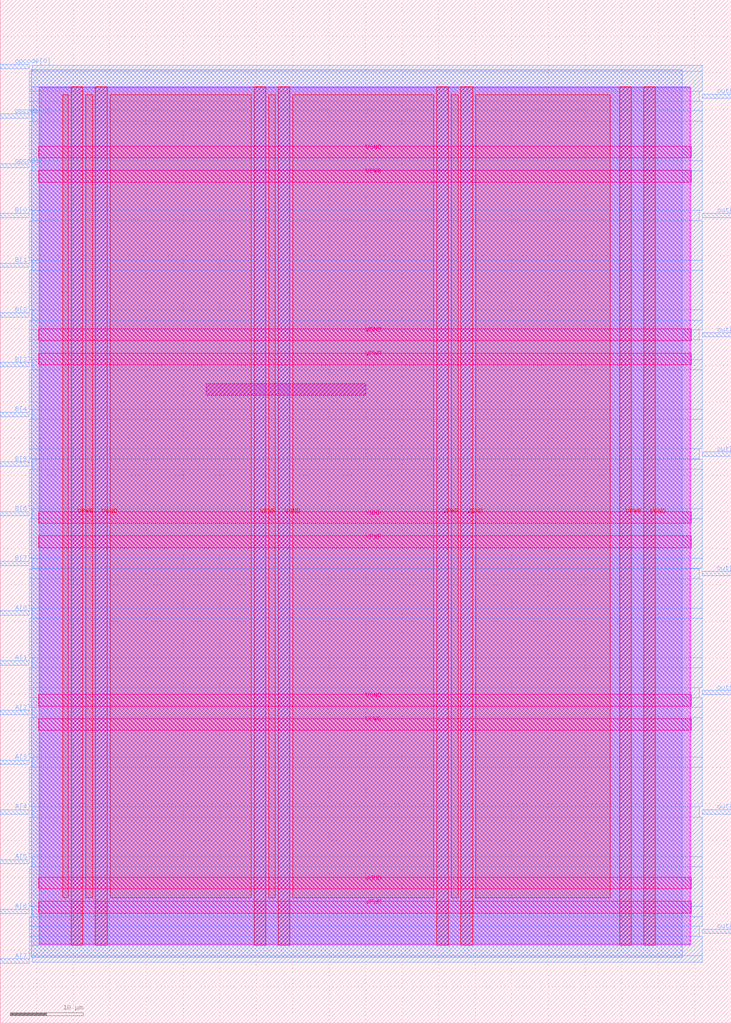
<source format=lef>
VERSION 5.7 ;
  NOWIREEXTENSIONATPIN ON ;
  DIVIDERCHAR "/" ;
  BUSBITCHARS "[]" ;
MACRO alu
  CLASS BLOCK ;
  FOREIGN alu ;
  ORIGIN 0.000 0.000 ;
  SIZE 100.000 BY 140.000 ;
  PIN A[0]
    DIRECTION INPUT ;
    USE SIGNAL ;
    ANTENNAGATEAREA 0.196500 ;
    PORT
      LAYER met3 ;
        RECT 0.000 55.800 4.000 56.400 ;
    END
  END A[0]
  PIN A[1]
    DIRECTION INPUT ;
    USE SIGNAL ;
    ANTENNAGATEAREA 0.159000 ;
    PORT
      LAYER met3 ;
        RECT 0.000 49.000 4.000 49.600 ;
    END
  END A[1]
  PIN A[2]
    DIRECTION INPUT ;
    USE SIGNAL ;
    ANTENNAGATEAREA 0.213000 ;
    PORT
      LAYER met3 ;
        RECT 0.000 42.200 4.000 42.800 ;
    END
  END A[2]
  PIN A[3]
    DIRECTION INPUT ;
    USE SIGNAL ;
    ANTENNAGATEAREA 0.213000 ;
    PORT
      LAYER met3 ;
        RECT 0.000 35.400 4.000 36.000 ;
    END
  END A[3]
  PIN A[4]
    DIRECTION INPUT ;
    USE SIGNAL ;
    ANTENNAGATEAREA 0.213000 ;
    PORT
      LAYER met3 ;
        RECT 0.000 28.600 4.000 29.200 ;
    END
  END A[4]
  PIN A[5]
    DIRECTION INPUT ;
    USE SIGNAL ;
    ANTENNAGATEAREA 0.159000 ;
    PORT
      LAYER met3 ;
        RECT 0.000 21.800 4.000 22.400 ;
    END
  END A[5]
  PIN A[6]
    DIRECTION INPUT ;
    USE SIGNAL ;
    ANTENNAGATEAREA 0.213000 ;
    PORT
      LAYER met3 ;
        RECT 0.000 15.000 4.000 15.600 ;
    END
  END A[6]
  PIN A[7]
    DIRECTION INPUT ;
    USE SIGNAL ;
    ANTENNAGATEAREA 0.159000 ;
    PORT
      LAYER met3 ;
        RECT 0.000 8.200 4.000 8.800 ;
    END
  END A[7]
  PIN B[0]
    DIRECTION INPUT ;
    USE SIGNAL ;
    ANTENNAGATEAREA 0.213000 ;
    PORT
      LAYER met3 ;
        RECT 0.000 110.200 4.000 110.800 ;
    END
  END B[0]
  PIN B[1]
    DIRECTION INPUT ;
    USE SIGNAL ;
    ANTENNAGATEAREA 0.213000 ;
    PORT
      LAYER met3 ;
        RECT 0.000 103.400 4.000 104.000 ;
    END
  END B[1]
  PIN B[2]
    DIRECTION INPUT ;
    USE SIGNAL ;
    ANTENNAGATEAREA 0.159000 ;
    PORT
      LAYER met3 ;
        RECT 0.000 96.600 4.000 97.200 ;
    END
  END B[2]
  PIN B[3]
    DIRECTION INPUT ;
    USE SIGNAL ;
    ANTENNAGATEAREA 0.213000 ;
    PORT
      LAYER met3 ;
        RECT 0.000 89.800 4.000 90.400 ;
    END
  END B[3]
  PIN B[4]
    DIRECTION INPUT ;
    USE SIGNAL ;
    ANTENNAGATEAREA 0.159000 ;
    PORT
      LAYER met3 ;
        RECT 0.000 83.000 4.000 83.600 ;
    END
  END B[4]
  PIN B[5]
    DIRECTION INPUT ;
    USE SIGNAL ;
    ANTENNAGATEAREA 0.159000 ;
    PORT
      LAYER met3 ;
        RECT 0.000 76.200 4.000 76.800 ;
    END
  END B[5]
  PIN B[6]
    DIRECTION INPUT ;
    USE SIGNAL ;
    ANTENNAGATEAREA 0.159000 ;
    PORT
      LAYER met3 ;
        RECT 0.000 69.400 4.000 70.000 ;
    END
  END B[6]
  PIN B[7]
    DIRECTION INPUT ;
    USE SIGNAL ;
    ANTENNAGATEAREA 0.213000 ;
    PORT
      LAYER met3 ;
        RECT 0.000 62.600 4.000 63.200 ;
    END
  END B[7]
  PIN VGND
    DIRECTION INOUT ;
    USE GROUND ;
    PORT
      LAYER met4 ;
        RECT 13.020 10.640 14.620 128.080 ;
    END
    PORT
      LAYER met4 ;
        RECT 38.020 10.640 39.620 128.080 ;
    END
    PORT
      LAYER met4 ;
        RECT 63.020 10.640 64.620 128.080 ;
    END
    PORT
      LAYER met4 ;
        RECT 88.020 10.640 89.620 128.080 ;
    END
    PORT
      LAYER met5 ;
        RECT 5.280 18.380 94.540 19.980 ;
    END
    PORT
      LAYER met5 ;
        RECT 5.280 43.380 94.540 44.980 ;
    END
    PORT
      LAYER met5 ;
        RECT 5.280 68.380 94.540 69.980 ;
    END
    PORT
      LAYER met5 ;
        RECT 5.280 93.380 94.540 94.980 ;
    END
    PORT
      LAYER met5 ;
        RECT 5.280 118.380 94.540 119.980 ;
    END
  END VGND
  PIN VPWR
    DIRECTION INOUT ;
    USE POWER ;
    PORT
      LAYER met4 ;
        RECT 9.720 10.640 11.320 128.080 ;
    END
    PORT
      LAYER met4 ;
        RECT 34.720 10.640 36.320 128.080 ;
    END
    PORT
      LAYER met4 ;
        RECT 59.720 10.640 61.320 128.080 ;
    END
    PORT
      LAYER met4 ;
        RECT 84.720 10.640 86.320 128.080 ;
    END
    PORT
      LAYER met5 ;
        RECT 5.280 15.080 94.540 16.680 ;
    END
    PORT
      LAYER met5 ;
        RECT 5.280 40.080 94.540 41.680 ;
    END
    PORT
      LAYER met5 ;
        RECT 5.280 65.080 94.540 66.680 ;
    END
    PORT
      LAYER met5 ;
        RECT 5.280 90.080 94.540 91.680 ;
    END
    PORT
      LAYER met5 ;
        RECT 5.280 115.080 94.540 116.680 ;
    END
  END VPWR
  PIN opcode[0]
    DIRECTION INPUT ;
    USE SIGNAL ;
    ANTENNAGATEAREA 0.159000 ;
    PORT
      LAYER met3 ;
        RECT 0.000 130.600 4.000 131.200 ;
    END
  END opcode[0]
  PIN opcode[1]
    DIRECTION INPUT ;
    USE SIGNAL ;
    ANTENNAGATEAREA 0.213000 ;
    PORT
      LAYER met3 ;
        RECT 0.000 123.800 4.000 124.400 ;
    END
  END opcode[1]
  PIN opcode[2]
    DIRECTION INPUT ;
    USE SIGNAL ;
    ANTENNAGATEAREA 0.213000 ;
    PORT
      LAYER met3 ;
        RECT 0.000 117.000 4.000 117.600 ;
    END
  END opcode[2]
  PIN out[0]
    DIRECTION OUTPUT ;
    USE SIGNAL ;
    ANTENNADIFFAREA 0.445500 ;
    PORT
      LAYER met3 ;
        RECT 96.000 126.520 100.000 127.120 ;
    END
  END out[0]
  PIN out[1]
    DIRECTION OUTPUT ;
    USE SIGNAL ;
    ANTENNADIFFAREA 0.445500 ;
    PORT
      LAYER met3 ;
        RECT 96.000 110.200 100.000 110.800 ;
    END
  END out[1]
  PIN out[2]
    DIRECTION OUTPUT ;
    USE SIGNAL ;
    ANTENNADIFFAREA 0.445500 ;
    PORT
      LAYER met3 ;
        RECT 96.000 93.880 100.000 94.480 ;
    END
  END out[2]
  PIN out[3]
    DIRECTION OUTPUT ;
    USE SIGNAL ;
    ANTENNADIFFAREA 0.445500 ;
    PORT
      LAYER met3 ;
        RECT 96.000 77.560 100.000 78.160 ;
    END
  END out[3]
  PIN out[4]
    DIRECTION OUTPUT ;
    USE SIGNAL ;
    ANTENNADIFFAREA 0.445500 ;
    PORT
      LAYER met3 ;
        RECT 96.000 61.240 100.000 61.840 ;
    END
  END out[4]
  PIN out[5]
    DIRECTION OUTPUT ;
    USE SIGNAL ;
    ANTENNADIFFAREA 0.445500 ;
    PORT
      LAYER met3 ;
        RECT 96.000 44.920 100.000 45.520 ;
    END
  END out[5]
  PIN out[6]
    DIRECTION OUTPUT ;
    USE SIGNAL ;
    ANTENNADIFFAREA 0.795200 ;
    PORT
      LAYER met3 ;
        RECT 96.000 28.600 100.000 29.200 ;
    END
  END out[6]
  PIN out[7]
    DIRECTION OUTPUT ;
    USE SIGNAL ;
    ANTENNADIFFAREA 0.445500 ;
    PORT
      LAYER met3 ;
        RECT 96.000 12.280 100.000 12.880 ;
    END
  END out[7]
  OBS
      LAYER nwell ;
        RECT 5.330 10.795 94.490 128.030 ;
      LAYER li1 ;
        RECT 5.520 10.795 94.300 127.925 ;
      LAYER met1 ;
        RECT 4.210 10.640 94.300 128.080 ;
      LAYER met2 ;
        RECT 4.230 8.995 93.290 130.405 ;
      LAYER met3 ;
        RECT 4.400 130.200 96.000 131.050 ;
        RECT 3.990 127.520 96.000 130.200 ;
        RECT 3.990 126.120 95.600 127.520 ;
        RECT 3.990 124.800 96.000 126.120 ;
        RECT 4.400 123.400 96.000 124.800 ;
        RECT 3.990 118.000 96.000 123.400 ;
        RECT 4.400 116.600 96.000 118.000 ;
        RECT 3.990 111.200 96.000 116.600 ;
        RECT 4.400 109.800 95.600 111.200 ;
        RECT 3.990 104.400 96.000 109.800 ;
        RECT 4.400 103.000 96.000 104.400 ;
        RECT 3.990 97.600 96.000 103.000 ;
        RECT 4.400 96.200 96.000 97.600 ;
        RECT 3.990 94.880 96.000 96.200 ;
        RECT 3.990 93.480 95.600 94.880 ;
        RECT 3.990 90.800 96.000 93.480 ;
        RECT 4.400 89.400 96.000 90.800 ;
        RECT 3.990 84.000 96.000 89.400 ;
        RECT 4.400 82.600 96.000 84.000 ;
        RECT 3.990 78.560 96.000 82.600 ;
        RECT 3.990 77.200 95.600 78.560 ;
        RECT 4.400 77.160 95.600 77.200 ;
        RECT 4.400 75.800 96.000 77.160 ;
        RECT 3.990 70.400 96.000 75.800 ;
        RECT 4.400 69.000 96.000 70.400 ;
        RECT 3.990 63.600 96.000 69.000 ;
        RECT 4.400 62.240 96.000 63.600 ;
        RECT 4.400 62.200 95.600 62.240 ;
        RECT 3.990 60.840 95.600 62.200 ;
        RECT 3.990 56.800 96.000 60.840 ;
        RECT 4.400 55.400 96.000 56.800 ;
        RECT 3.990 50.000 96.000 55.400 ;
        RECT 4.400 48.600 96.000 50.000 ;
        RECT 3.990 45.920 96.000 48.600 ;
        RECT 3.990 44.520 95.600 45.920 ;
        RECT 3.990 43.200 96.000 44.520 ;
        RECT 4.400 41.800 96.000 43.200 ;
        RECT 3.990 36.400 96.000 41.800 ;
        RECT 4.400 35.000 96.000 36.400 ;
        RECT 3.990 29.600 96.000 35.000 ;
        RECT 4.400 28.200 95.600 29.600 ;
        RECT 3.990 22.800 96.000 28.200 ;
        RECT 4.400 21.400 96.000 22.800 ;
        RECT 3.990 16.000 96.000 21.400 ;
        RECT 4.400 14.600 96.000 16.000 ;
        RECT 3.990 13.280 96.000 14.600 ;
        RECT 3.990 11.880 95.600 13.280 ;
        RECT 3.990 9.200 96.000 11.880 ;
        RECT 4.400 8.350 96.000 9.200 ;
      LAYER met4 ;
        RECT 8.575 17.175 9.320 126.985 ;
        RECT 11.720 17.175 12.620 126.985 ;
        RECT 15.020 17.175 34.320 126.985 ;
        RECT 36.720 17.175 37.620 126.985 ;
        RECT 40.020 17.175 59.320 126.985 ;
        RECT 61.720 17.175 62.620 126.985 ;
        RECT 65.020 17.175 83.425 126.985 ;
      LAYER met5 ;
        RECT 28.180 85.900 50.020 87.500 ;
  END
END alu
END LIBRARY


</source>
